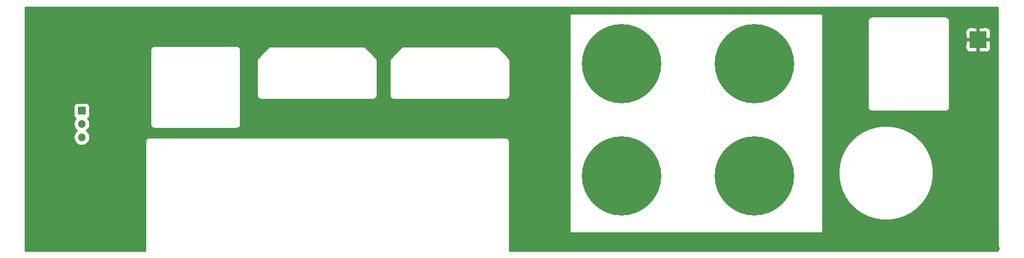
<source format=gbr>
%TF.GenerationSoftware,KiCad,Pcbnew,(5.1.12)-1*%
%TF.CreationDate,2022-01-10T16:23:42+03:00*%
%TF.ProjectId,ADAU1701_backpanel,41444155-3137-4303-915f-6261636b7061,rev?*%
%TF.SameCoordinates,Original*%
%TF.FileFunction,Copper,L2,Bot*%
%TF.FilePolarity,Positive*%
%FSLAX46Y46*%
G04 Gerber Fmt 4.6, Leading zero omitted, Abs format (unit mm)*
G04 Created by KiCad (PCBNEW (5.1.12)-1) date 2022-01-10 16:23:42*
%MOMM*%
%LPD*%
G01*
G04 APERTURE LIST*
%TA.AperFunction,ComponentPad*%
%ADD10C,5.000000*%
%TD*%
%TA.AperFunction,ConnectorPad*%
%ADD11C,12.000000*%
%TD*%
%TA.AperFunction,ComponentPad*%
%ADD12C,1.200000*%
%TD*%
%TA.AperFunction,ComponentPad*%
%ADD13R,1.200000X1.200000*%
%TD*%
%TA.AperFunction,SMDPad,CuDef*%
%ADD14R,2.500000X2.500000*%
%TD*%
%TA.AperFunction,ViaPad*%
%ADD15C,0.800000*%
%TD*%
%TA.AperFunction,Conductor*%
%ADD16C,0.254000*%
%TD*%
%TA.AperFunction,Conductor*%
%ADD17C,0.100000*%
%TD*%
G04 APERTURE END LIST*
D10*
%TO.P,REF\u002A\u002A,1*%
%TO.N,N/C*%
X142800000Y-109500000D03*
D11*
X142800000Y-109500000D03*
%TD*%
%TO.P,REF\u002A\u002A,1*%
%TO.N,N/C*%
X142800000Y-126500000D03*
D10*
X142800000Y-126500000D03*
%TD*%
%TO.P,REF\u002A\u002A,1*%
%TO.N,N/C*%
X162850000Y-126500000D03*
D11*
X162850000Y-126500000D03*
%TD*%
%TO.P,REF\u002A\u002A,1*%
%TO.N,N/C*%
X162850000Y-109500000D03*
D10*
X162850000Y-109500000D03*
%TD*%
D12*
%TO.P,REF\u002A\u002A,3*%
%TO.N,N/C*%
X61200000Y-120600000D03*
%TO.P,REF\u002A\u002A,2*%
X61200000Y-118600000D03*
D13*
%TO.P,REF\u002A\u002A,1*%
X61200000Y-116600000D03*
%TD*%
D14*
%TO.P,TP1,1*%
%TO.N,GND*%
X196600000Y-105800000D03*
%TD*%
D15*
%TO.N,GND*%
X126450000Y-137500000D03*
X199500000Y-137500000D03*
X53000000Y-137500000D03*
X70550000Y-137500000D03*
%TD*%
D16*
%TO.N,GND*%
X199615001Y-137865000D02*
X125835600Y-137865000D01*
X125835600Y-121334947D01*
X125838914Y-121301300D01*
X125825688Y-121167017D01*
X125786519Y-121037894D01*
X125722912Y-120918893D01*
X125637311Y-120814589D01*
X125533007Y-120728988D01*
X125414006Y-120665381D01*
X125284883Y-120626212D01*
X125184247Y-120616300D01*
X125150600Y-120612986D01*
X125116953Y-120616300D01*
X71483647Y-120616300D01*
X71450000Y-120612986D01*
X71416353Y-120616300D01*
X71315717Y-120626212D01*
X71186594Y-120665381D01*
X71067593Y-120728988D01*
X70963289Y-120814589D01*
X70877688Y-120918893D01*
X70814081Y-121037894D01*
X70774912Y-121167017D01*
X70761686Y-121301300D01*
X70765000Y-121334947D01*
X70765001Y-137865000D01*
X52685000Y-137865000D01*
X52685000Y-116000000D01*
X59961928Y-116000000D01*
X59961928Y-117200000D01*
X59974188Y-117324482D01*
X60010498Y-117444180D01*
X60069463Y-117554494D01*
X60148815Y-117651185D01*
X60245506Y-117730537D01*
X60295947Y-117757499D01*
X60240713Y-117812733D01*
X60105557Y-118015008D01*
X60012460Y-118239764D01*
X59965000Y-118478363D01*
X59965000Y-118721637D01*
X60012460Y-118960236D01*
X60105557Y-119184992D01*
X60240713Y-119387267D01*
X60412733Y-119559287D01*
X60473664Y-119600000D01*
X60412733Y-119640713D01*
X60240713Y-119812733D01*
X60105557Y-120015008D01*
X60012460Y-120239764D01*
X59965000Y-120478363D01*
X59965000Y-120721637D01*
X60012460Y-120960236D01*
X60105557Y-121184992D01*
X60240713Y-121387267D01*
X60412733Y-121559287D01*
X60615008Y-121694443D01*
X60839764Y-121787540D01*
X61078363Y-121835000D01*
X61321637Y-121835000D01*
X61560236Y-121787540D01*
X61784992Y-121694443D01*
X61987267Y-121559287D01*
X62159287Y-121387267D01*
X62294443Y-121184992D01*
X62387540Y-120960236D01*
X62435000Y-120721637D01*
X62435000Y-120478363D01*
X62387540Y-120239764D01*
X62294443Y-120015008D01*
X62159287Y-119812733D01*
X61987267Y-119640713D01*
X61926336Y-119600000D01*
X61987267Y-119559287D01*
X62159287Y-119387267D01*
X62294443Y-119184992D01*
X62387540Y-118960236D01*
X62435000Y-118721637D01*
X62435000Y-118478363D01*
X62387540Y-118239764D01*
X62294443Y-118015008D01*
X62159287Y-117812733D01*
X62104053Y-117757499D01*
X62154494Y-117730537D01*
X62251185Y-117651185D01*
X62330537Y-117554494D01*
X62389502Y-117444180D01*
X62425812Y-117324482D01*
X62438072Y-117200000D01*
X62438072Y-116000000D01*
X62425812Y-115875518D01*
X62389502Y-115755820D01*
X62330537Y-115645506D01*
X62251185Y-115548815D01*
X62154494Y-115469463D01*
X62044180Y-115410498D01*
X61924482Y-115374188D01*
X61800000Y-115361928D01*
X60600000Y-115361928D01*
X60475518Y-115374188D01*
X60355820Y-115410498D01*
X60245506Y-115469463D01*
X60148815Y-115548815D01*
X60069463Y-115645506D01*
X60010498Y-115755820D01*
X59974188Y-115875518D01*
X59961928Y-116000000D01*
X52685000Y-116000000D01*
X52685000Y-107400000D01*
X71561686Y-107400000D01*
X71565000Y-107433647D01*
X71565000Y-107466354D01*
X71565001Y-118466344D01*
X71565000Y-118466354D01*
X71565000Y-118566353D01*
X71561686Y-118600000D01*
X71574912Y-118734283D01*
X71614081Y-118863406D01*
X71677688Y-118982407D01*
X71763289Y-119086711D01*
X71867593Y-119172312D01*
X71986594Y-119235919D01*
X72115717Y-119275088D01*
X72216353Y-119285000D01*
X72250000Y-119288314D01*
X72283647Y-119285000D01*
X84516353Y-119285000D01*
X84550000Y-119288314D01*
X84684283Y-119275088D01*
X84813406Y-119235919D01*
X84932407Y-119172312D01*
X85036711Y-119086711D01*
X85048528Y-119072312D01*
X85122312Y-118982407D01*
X85185919Y-118863406D01*
X85225088Y-118734283D01*
X85238314Y-118600000D01*
X85235000Y-118566353D01*
X85235000Y-114200000D01*
X87661686Y-114200000D01*
X87674912Y-114334283D01*
X87714081Y-114463406D01*
X87777688Y-114582407D01*
X87863289Y-114686711D01*
X87967593Y-114772312D01*
X88086594Y-114835919D01*
X88215717Y-114875088D01*
X88316353Y-114885000D01*
X88350000Y-114888314D01*
X88383647Y-114885000D01*
X105116353Y-114885000D01*
X105150000Y-114888314D01*
X105284283Y-114875088D01*
X105413406Y-114835919D01*
X105532407Y-114772312D01*
X105636711Y-114686711D01*
X105722312Y-114582407D01*
X105785919Y-114463406D01*
X105825088Y-114334283D01*
X105835000Y-114233647D01*
X105838314Y-114200000D01*
X107712286Y-114200000D01*
X107725512Y-114334283D01*
X107764681Y-114463406D01*
X107828288Y-114582407D01*
X107913889Y-114686711D01*
X108018193Y-114772312D01*
X108137194Y-114835919D01*
X108266317Y-114875088D01*
X108366953Y-114885000D01*
X108400600Y-114888314D01*
X108434247Y-114885000D01*
X125166953Y-114885000D01*
X125200600Y-114888314D01*
X125334883Y-114875088D01*
X125464006Y-114835919D01*
X125583007Y-114772312D01*
X125687311Y-114686711D01*
X125772912Y-114582407D01*
X125836519Y-114463406D01*
X125875688Y-114334283D01*
X125885600Y-114233647D01*
X125888914Y-114200000D01*
X125885600Y-114166353D01*
X125885600Y-109033638D01*
X125888913Y-108999999D01*
X125885600Y-108966360D01*
X125885600Y-108966353D01*
X125875688Y-108865717D01*
X125836519Y-108736594D01*
X125772912Y-108617593D01*
X125746618Y-108585554D01*
X125708759Y-108539423D01*
X125708754Y-108539418D01*
X125687310Y-108513289D01*
X125661182Y-108491846D01*
X124208758Y-107039422D01*
X124187311Y-107013289D01*
X124083007Y-106927688D01*
X123964006Y-106864081D01*
X123834883Y-106824912D01*
X123734247Y-106815000D01*
X123734239Y-106815000D01*
X123700600Y-106811687D01*
X123666961Y-106815000D01*
X109934238Y-106815000D01*
X109900599Y-106811687D01*
X109866960Y-106815000D01*
X109866953Y-106815000D01*
X109779366Y-106823627D01*
X109766316Y-106824912D01*
X109727147Y-106836794D01*
X109637194Y-106864081D01*
X109518193Y-106927688D01*
X109413889Y-107013289D01*
X109392442Y-107039422D01*
X107940018Y-108491846D01*
X107913889Y-108513290D01*
X107892446Y-108539418D01*
X107892440Y-108539424D01*
X107858125Y-108581238D01*
X107828288Y-108617594D01*
X107764681Y-108736595D01*
X107737394Y-108826548D01*
X107725513Y-108865716D01*
X107725512Y-108865718D01*
X107715600Y-108966354D01*
X107715600Y-108966361D01*
X107712287Y-109000000D01*
X107715600Y-109033639D01*
X107715601Y-114166343D01*
X107712286Y-114200000D01*
X105838314Y-114200000D01*
X105835000Y-114166353D01*
X105835000Y-109033638D01*
X105838313Y-108999999D01*
X105835000Y-108966360D01*
X105835000Y-108966353D01*
X105825088Y-108865717D01*
X105785919Y-108736594D01*
X105722312Y-108617593D01*
X105696018Y-108585554D01*
X105658159Y-108539423D01*
X105658154Y-108539418D01*
X105636710Y-108513289D01*
X105610582Y-108491846D01*
X104158158Y-107039422D01*
X104136711Y-107013289D01*
X104032407Y-106927688D01*
X103913406Y-106864081D01*
X103784283Y-106824912D01*
X103683647Y-106815000D01*
X103683639Y-106815000D01*
X103650000Y-106811687D01*
X103616361Y-106815000D01*
X89883638Y-106815000D01*
X89849999Y-106811687D01*
X89816360Y-106815000D01*
X89816353Y-106815000D01*
X89728766Y-106823627D01*
X89715716Y-106824912D01*
X89676547Y-106836794D01*
X89586594Y-106864081D01*
X89467593Y-106927688D01*
X89363289Y-107013289D01*
X89341842Y-107039422D01*
X87889418Y-108491846D01*
X87863289Y-108513290D01*
X87841846Y-108539418D01*
X87841840Y-108539424D01*
X87807525Y-108581238D01*
X87777688Y-108617594D01*
X87714081Y-108736595D01*
X87686794Y-108826548D01*
X87674913Y-108865716D01*
X87674912Y-108865718D01*
X87665000Y-108966354D01*
X87665000Y-108966361D01*
X87661687Y-109000000D01*
X87665000Y-109033639D01*
X87665001Y-114166343D01*
X87661686Y-114200000D01*
X85235000Y-114200000D01*
X85235000Y-107433647D01*
X85238314Y-107400000D01*
X85225088Y-107265717D01*
X85185919Y-107136594D01*
X85122312Y-107017593D01*
X85036711Y-106913289D01*
X84932407Y-106827688D01*
X84813406Y-106764081D01*
X84684283Y-106724912D01*
X84583647Y-106715000D01*
X84550000Y-106711686D01*
X84516353Y-106715000D01*
X72283647Y-106715000D01*
X72250000Y-106711686D01*
X72216353Y-106715000D01*
X72115717Y-106724912D01*
X71986594Y-106764081D01*
X71867593Y-106827688D01*
X71763289Y-106913289D01*
X71677688Y-107017593D01*
X71614081Y-107136594D01*
X71574912Y-107265717D01*
X71561686Y-107400000D01*
X52685000Y-107400000D01*
X52685000Y-102000000D01*
X134873000Y-102000000D01*
X134873000Y-135000000D01*
X134875440Y-135024776D01*
X134882667Y-135048601D01*
X134894403Y-135070557D01*
X134910197Y-135089803D01*
X134929443Y-135105597D01*
X134951399Y-135117333D01*
X134975224Y-135124560D01*
X135000000Y-135127000D01*
X173000000Y-135127000D01*
X173024776Y-135124560D01*
X173048601Y-135117333D01*
X173070557Y-135105597D01*
X173089803Y-135089803D01*
X173105597Y-135070557D01*
X173117333Y-135048601D01*
X173124560Y-135024776D01*
X173127000Y-135000000D01*
X173127000Y-125434702D01*
X175517211Y-125434702D01*
X175517211Y-126565298D01*
X175694075Y-127681974D01*
X176043448Y-128757234D01*
X176556728Y-129764602D01*
X177221275Y-130679273D01*
X178020727Y-131478725D01*
X178935398Y-132143272D01*
X179942766Y-132656552D01*
X181018026Y-133005925D01*
X182134702Y-133182789D01*
X183265298Y-133182789D01*
X184381974Y-133005925D01*
X185457234Y-132656552D01*
X186464602Y-132143272D01*
X187379273Y-131478725D01*
X188178725Y-130679273D01*
X188843272Y-129764602D01*
X189356552Y-128757234D01*
X189705925Y-127681974D01*
X189882789Y-126565298D01*
X189882789Y-125434702D01*
X189705925Y-124318026D01*
X189356552Y-123242766D01*
X188843272Y-122235398D01*
X188178725Y-121320727D01*
X187379273Y-120521275D01*
X186464602Y-119856728D01*
X185457234Y-119343448D01*
X184381974Y-118994075D01*
X183265298Y-118817211D01*
X182134702Y-118817211D01*
X181018026Y-118994075D01*
X179942766Y-119343448D01*
X178935398Y-119856728D01*
X178020727Y-120521275D01*
X177221275Y-121320727D01*
X176556728Y-122235398D01*
X176043448Y-123242766D01*
X175694075Y-124318026D01*
X175517211Y-125434702D01*
X173127000Y-125434702D01*
X173127000Y-102982800D01*
X179894386Y-102982800D01*
X179897701Y-103016457D01*
X179897700Y-115950153D01*
X179894386Y-115983800D01*
X179907612Y-116118083D01*
X179946781Y-116247206D01*
X180010388Y-116366207D01*
X180095989Y-116470511D01*
X180200293Y-116556112D01*
X180319294Y-116619719D01*
X180448417Y-116658888D01*
X180582700Y-116672114D01*
X180616347Y-116668800D01*
X191616353Y-116668800D01*
X191650000Y-116672114D01*
X191683647Y-116668800D01*
X191784283Y-116658888D01*
X191913406Y-116619719D01*
X192032407Y-116556112D01*
X192136711Y-116470511D01*
X192222312Y-116366207D01*
X192285919Y-116247206D01*
X192325088Y-116118083D01*
X192338314Y-115983800D01*
X192335000Y-115950153D01*
X192335000Y-107050000D01*
X194711928Y-107050000D01*
X194724188Y-107174482D01*
X194760498Y-107294180D01*
X194819463Y-107404494D01*
X194898815Y-107501185D01*
X194995506Y-107580537D01*
X195105820Y-107639502D01*
X195225518Y-107675812D01*
X195350000Y-107688072D01*
X196314250Y-107685000D01*
X196473000Y-107526250D01*
X196473000Y-105927000D01*
X196727000Y-105927000D01*
X196727000Y-107526250D01*
X196885750Y-107685000D01*
X197850000Y-107688072D01*
X197974482Y-107675812D01*
X198094180Y-107639502D01*
X198204494Y-107580537D01*
X198301185Y-107501185D01*
X198380537Y-107404494D01*
X198439502Y-107294180D01*
X198475812Y-107174482D01*
X198488072Y-107050000D01*
X198485000Y-106085750D01*
X198326250Y-105927000D01*
X196727000Y-105927000D01*
X196473000Y-105927000D01*
X194873750Y-105927000D01*
X194715000Y-106085750D01*
X194711928Y-107050000D01*
X192335000Y-107050000D01*
X192335000Y-104550000D01*
X194711928Y-104550000D01*
X194715000Y-105514250D01*
X194873750Y-105673000D01*
X196473000Y-105673000D01*
X196473000Y-104073750D01*
X196727000Y-104073750D01*
X196727000Y-105673000D01*
X198326250Y-105673000D01*
X198485000Y-105514250D01*
X198488072Y-104550000D01*
X198475812Y-104425518D01*
X198439502Y-104305820D01*
X198380537Y-104195506D01*
X198301185Y-104098815D01*
X198204494Y-104019463D01*
X198094180Y-103960498D01*
X197974482Y-103924188D01*
X197850000Y-103911928D01*
X196885750Y-103915000D01*
X196727000Y-104073750D01*
X196473000Y-104073750D01*
X196314250Y-103915000D01*
X195350000Y-103911928D01*
X195225518Y-103924188D01*
X195105820Y-103960498D01*
X194995506Y-104019463D01*
X194898815Y-104098815D01*
X194819463Y-104195506D01*
X194760498Y-104305820D01*
X194724188Y-104425518D01*
X194711928Y-104550000D01*
X192335000Y-104550000D01*
X192335000Y-103016447D01*
X192338314Y-102982800D01*
X192325088Y-102848517D01*
X192285919Y-102719394D01*
X192222312Y-102600393D01*
X192136711Y-102496089D01*
X192032407Y-102410488D01*
X191913406Y-102346881D01*
X191784283Y-102307712D01*
X191683647Y-102297800D01*
X191650000Y-102294486D01*
X191616353Y-102297800D01*
X180616347Y-102297800D01*
X180582700Y-102294486D01*
X180549053Y-102297800D01*
X180448417Y-102307712D01*
X180319294Y-102346881D01*
X180200293Y-102410488D01*
X180095989Y-102496089D01*
X180010388Y-102600393D01*
X179946781Y-102719394D01*
X179907612Y-102848517D01*
X179894386Y-102982800D01*
X173127000Y-102982800D01*
X173127000Y-102000000D01*
X173124560Y-101975224D01*
X173117333Y-101951399D01*
X173105597Y-101929443D01*
X173089803Y-101910197D01*
X173070557Y-101894403D01*
X173048601Y-101882667D01*
X173024776Y-101875440D01*
X173000000Y-101873000D01*
X135000000Y-101873000D01*
X134975224Y-101875440D01*
X134951399Y-101882667D01*
X134929443Y-101894403D01*
X134910197Y-101910197D01*
X134894403Y-101929443D01*
X134882667Y-101951399D01*
X134875440Y-101975224D01*
X134873000Y-102000000D01*
X52685000Y-102000000D01*
X52685000Y-100885000D01*
X199615000Y-100885000D01*
X199615001Y-137865000D01*
%TA.AperFunction,Conductor*%
D17*
G36*
X199615001Y-137865000D02*
G01*
X125835600Y-137865000D01*
X125835600Y-121334947D01*
X125838914Y-121301300D01*
X125825688Y-121167017D01*
X125786519Y-121037894D01*
X125722912Y-120918893D01*
X125637311Y-120814589D01*
X125533007Y-120728988D01*
X125414006Y-120665381D01*
X125284883Y-120626212D01*
X125184247Y-120616300D01*
X125150600Y-120612986D01*
X125116953Y-120616300D01*
X71483647Y-120616300D01*
X71450000Y-120612986D01*
X71416353Y-120616300D01*
X71315717Y-120626212D01*
X71186594Y-120665381D01*
X71067593Y-120728988D01*
X70963289Y-120814589D01*
X70877688Y-120918893D01*
X70814081Y-121037894D01*
X70774912Y-121167017D01*
X70761686Y-121301300D01*
X70765000Y-121334947D01*
X70765001Y-137865000D01*
X52685000Y-137865000D01*
X52685000Y-116000000D01*
X59961928Y-116000000D01*
X59961928Y-117200000D01*
X59974188Y-117324482D01*
X60010498Y-117444180D01*
X60069463Y-117554494D01*
X60148815Y-117651185D01*
X60245506Y-117730537D01*
X60295947Y-117757499D01*
X60240713Y-117812733D01*
X60105557Y-118015008D01*
X60012460Y-118239764D01*
X59965000Y-118478363D01*
X59965000Y-118721637D01*
X60012460Y-118960236D01*
X60105557Y-119184992D01*
X60240713Y-119387267D01*
X60412733Y-119559287D01*
X60473664Y-119600000D01*
X60412733Y-119640713D01*
X60240713Y-119812733D01*
X60105557Y-120015008D01*
X60012460Y-120239764D01*
X59965000Y-120478363D01*
X59965000Y-120721637D01*
X60012460Y-120960236D01*
X60105557Y-121184992D01*
X60240713Y-121387267D01*
X60412733Y-121559287D01*
X60615008Y-121694443D01*
X60839764Y-121787540D01*
X61078363Y-121835000D01*
X61321637Y-121835000D01*
X61560236Y-121787540D01*
X61784992Y-121694443D01*
X61987267Y-121559287D01*
X62159287Y-121387267D01*
X62294443Y-121184992D01*
X62387540Y-120960236D01*
X62435000Y-120721637D01*
X62435000Y-120478363D01*
X62387540Y-120239764D01*
X62294443Y-120015008D01*
X62159287Y-119812733D01*
X61987267Y-119640713D01*
X61926336Y-119600000D01*
X61987267Y-119559287D01*
X62159287Y-119387267D01*
X62294443Y-119184992D01*
X62387540Y-118960236D01*
X62435000Y-118721637D01*
X62435000Y-118478363D01*
X62387540Y-118239764D01*
X62294443Y-118015008D01*
X62159287Y-117812733D01*
X62104053Y-117757499D01*
X62154494Y-117730537D01*
X62251185Y-117651185D01*
X62330537Y-117554494D01*
X62389502Y-117444180D01*
X62425812Y-117324482D01*
X62438072Y-117200000D01*
X62438072Y-116000000D01*
X62425812Y-115875518D01*
X62389502Y-115755820D01*
X62330537Y-115645506D01*
X62251185Y-115548815D01*
X62154494Y-115469463D01*
X62044180Y-115410498D01*
X61924482Y-115374188D01*
X61800000Y-115361928D01*
X60600000Y-115361928D01*
X60475518Y-115374188D01*
X60355820Y-115410498D01*
X60245506Y-115469463D01*
X60148815Y-115548815D01*
X60069463Y-115645506D01*
X60010498Y-115755820D01*
X59974188Y-115875518D01*
X59961928Y-116000000D01*
X52685000Y-116000000D01*
X52685000Y-107400000D01*
X71561686Y-107400000D01*
X71565000Y-107433647D01*
X71565000Y-107466354D01*
X71565001Y-118466344D01*
X71565000Y-118466354D01*
X71565000Y-118566353D01*
X71561686Y-118600000D01*
X71574912Y-118734283D01*
X71614081Y-118863406D01*
X71677688Y-118982407D01*
X71763289Y-119086711D01*
X71867593Y-119172312D01*
X71986594Y-119235919D01*
X72115717Y-119275088D01*
X72216353Y-119285000D01*
X72250000Y-119288314D01*
X72283647Y-119285000D01*
X84516353Y-119285000D01*
X84550000Y-119288314D01*
X84684283Y-119275088D01*
X84813406Y-119235919D01*
X84932407Y-119172312D01*
X85036711Y-119086711D01*
X85048528Y-119072312D01*
X85122312Y-118982407D01*
X85185919Y-118863406D01*
X85225088Y-118734283D01*
X85238314Y-118600000D01*
X85235000Y-118566353D01*
X85235000Y-114200000D01*
X87661686Y-114200000D01*
X87674912Y-114334283D01*
X87714081Y-114463406D01*
X87777688Y-114582407D01*
X87863289Y-114686711D01*
X87967593Y-114772312D01*
X88086594Y-114835919D01*
X88215717Y-114875088D01*
X88316353Y-114885000D01*
X88350000Y-114888314D01*
X88383647Y-114885000D01*
X105116353Y-114885000D01*
X105150000Y-114888314D01*
X105284283Y-114875088D01*
X105413406Y-114835919D01*
X105532407Y-114772312D01*
X105636711Y-114686711D01*
X105722312Y-114582407D01*
X105785919Y-114463406D01*
X105825088Y-114334283D01*
X105835000Y-114233647D01*
X105838314Y-114200000D01*
X107712286Y-114200000D01*
X107725512Y-114334283D01*
X107764681Y-114463406D01*
X107828288Y-114582407D01*
X107913889Y-114686711D01*
X108018193Y-114772312D01*
X108137194Y-114835919D01*
X108266317Y-114875088D01*
X108366953Y-114885000D01*
X108400600Y-114888314D01*
X108434247Y-114885000D01*
X125166953Y-114885000D01*
X125200600Y-114888314D01*
X125334883Y-114875088D01*
X125464006Y-114835919D01*
X125583007Y-114772312D01*
X125687311Y-114686711D01*
X125772912Y-114582407D01*
X125836519Y-114463406D01*
X125875688Y-114334283D01*
X125885600Y-114233647D01*
X125888914Y-114200000D01*
X125885600Y-114166353D01*
X125885600Y-109033638D01*
X125888913Y-108999999D01*
X125885600Y-108966360D01*
X125885600Y-108966353D01*
X125875688Y-108865717D01*
X125836519Y-108736594D01*
X125772912Y-108617593D01*
X125746618Y-108585554D01*
X125708759Y-108539423D01*
X125708754Y-108539418D01*
X125687310Y-108513289D01*
X125661182Y-108491846D01*
X124208758Y-107039422D01*
X124187311Y-107013289D01*
X124083007Y-106927688D01*
X123964006Y-106864081D01*
X123834883Y-106824912D01*
X123734247Y-106815000D01*
X123734239Y-106815000D01*
X123700600Y-106811687D01*
X123666961Y-106815000D01*
X109934238Y-106815000D01*
X109900599Y-106811687D01*
X109866960Y-106815000D01*
X109866953Y-106815000D01*
X109779366Y-106823627D01*
X109766316Y-106824912D01*
X109727147Y-106836794D01*
X109637194Y-106864081D01*
X109518193Y-106927688D01*
X109413889Y-107013289D01*
X109392442Y-107039422D01*
X107940018Y-108491846D01*
X107913889Y-108513290D01*
X107892446Y-108539418D01*
X107892440Y-108539424D01*
X107858125Y-108581238D01*
X107828288Y-108617594D01*
X107764681Y-108736595D01*
X107737394Y-108826548D01*
X107725513Y-108865716D01*
X107725512Y-108865718D01*
X107715600Y-108966354D01*
X107715600Y-108966361D01*
X107712287Y-109000000D01*
X107715600Y-109033639D01*
X107715601Y-114166343D01*
X107712286Y-114200000D01*
X105838314Y-114200000D01*
X105835000Y-114166353D01*
X105835000Y-109033638D01*
X105838313Y-108999999D01*
X105835000Y-108966360D01*
X105835000Y-108966353D01*
X105825088Y-108865717D01*
X105785919Y-108736594D01*
X105722312Y-108617593D01*
X105696018Y-108585554D01*
X105658159Y-108539423D01*
X105658154Y-108539418D01*
X105636710Y-108513289D01*
X105610582Y-108491846D01*
X104158158Y-107039422D01*
X104136711Y-107013289D01*
X104032407Y-106927688D01*
X103913406Y-106864081D01*
X103784283Y-106824912D01*
X103683647Y-106815000D01*
X103683639Y-106815000D01*
X103650000Y-106811687D01*
X103616361Y-106815000D01*
X89883638Y-106815000D01*
X89849999Y-106811687D01*
X89816360Y-106815000D01*
X89816353Y-106815000D01*
X89728766Y-106823627D01*
X89715716Y-106824912D01*
X89676547Y-106836794D01*
X89586594Y-106864081D01*
X89467593Y-106927688D01*
X89363289Y-107013289D01*
X89341842Y-107039422D01*
X87889418Y-108491846D01*
X87863289Y-108513290D01*
X87841846Y-108539418D01*
X87841840Y-108539424D01*
X87807525Y-108581238D01*
X87777688Y-108617594D01*
X87714081Y-108736595D01*
X87686794Y-108826548D01*
X87674913Y-108865716D01*
X87674912Y-108865718D01*
X87665000Y-108966354D01*
X87665000Y-108966361D01*
X87661687Y-109000000D01*
X87665000Y-109033639D01*
X87665001Y-114166343D01*
X87661686Y-114200000D01*
X85235000Y-114200000D01*
X85235000Y-107433647D01*
X85238314Y-107400000D01*
X85225088Y-107265717D01*
X85185919Y-107136594D01*
X85122312Y-107017593D01*
X85036711Y-106913289D01*
X84932407Y-106827688D01*
X84813406Y-106764081D01*
X84684283Y-106724912D01*
X84583647Y-106715000D01*
X84550000Y-106711686D01*
X84516353Y-106715000D01*
X72283647Y-106715000D01*
X72250000Y-106711686D01*
X72216353Y-106715000D01*
X72115717Y-106724912D01*
X71986594Y-106764081D01*
X71867593Y-106827688D01*
X71763289Y-106913289D01*
X71677688Y-107017593D01*
X71614081Y-107136594D01*
X71574912Y-107265717D01*
X71561686Y-107400000D01*
X52685000Y-107400000D01*
X52685000Y-102000000D01*
X134873000Y-102000000D01*
X134873000Y-135000000D01*
X134875440Y-135024776D01*
X134882667Y-135048601D01*
X134894403Y-135070557D01*
X134910197Y-135089803D01*
X134929443Y-135105597D01*
X134951399Y-135117333D01*
X134975224Y-135124560D01*
X135000000Y-135127000D01*
X173000000Y-135127000D01*
X173024776Y-135124560D01*
X173048601Y-135117333D01*
X173070557Y-135105597D01*
X173089803Y-135089803D01*
X173105597Y-135070557D01*
X173117333Y-135048601D01*
X173124560Y-135024776D01*
X173127000Y-135000000D01*
X173127000Y-125434702D01*
X175517211Y-125434702D01*
X175517211Y-126565298D01*
X175694075Y-127681974D01*
X176043448Y-128757234D01*
X176556728Y-129764602D01*
X177221275Y-130679273D01*
X178020727Y-131478725D01*
X178935398Y-132143272D01*
X179942766Y-132656552D01*
X181018026Y-133005925D01*
X182134702Y-133182789D01*
X183265298Y-133182789D01*
X184381974Y-133005925D01*
X185457234Y-132656552D01*
X186464602Y-132143272D01*
X187379273Y-131478725D01*
X188178725Y-130679273D01*
X188843272Y-129764602D01*
X189356552Y-128757234D01*
X189705925Y-127681974D01*
X189882789Y-126565298D01*
X189882789Y-125434702D01*
X189705925Y-124318026D01*
X189356552Y-123242766D01*
X188843272Y-122235398D01*
X188178725Y-121320727D01*
X187379273Y-120521275D01*
X186464602Y-119856728D01*
X185457234Y-119343448D01*
X184381974Y-118994075D01*
X183265298Y-118817211D01*
X182134702Y-118817211D01*
X181018026Y-118994075D01*
X179942766Y-119343448D01*
X178935398Y-119856728D01*
X178020727Y-120521275D01*
X177221275Y-121320727D01*
X176556728Y-122235398D01*
X176043448Y-123242766D01*
X175694075Y-124318026D01*
X175517211Y-125434702D01*
X173127000Y-125434702D01*
X173127000Y-102982800D01*
X179894386Y-102982800D01*
X179897701Y-103016457D01*
X179897700Y-115950153D01*
X179894386Y-115983800D01*
X179907612Y-116118083D01*
X179946781Y-116247206D01*
X180010388Y-116366207D01*
X180095989Y-116470511D01*
X180200293Y-116556112D01*
X180319294Y-116619719D01*
X180448417Y-116658888D01*
X180582700Y-116672114D01*
X180616347Y-116668800D01*
X191616353Y-116668800D01*
X191650000Y-116672114D01*
X191683647Y-116668800D01*
X191784283Y-116658888D01*
X191913406Y-116619719D01*
X192032407Y-116556112D01*
X192136711Y-116470511D01*
X192222312Y-116366207D01*
X192285919Y-116247206D01*
X192325088Y-116118083D01*
X192338314Y-115983800D01*
X192335000Y-115950153D01*
X192335000Y-107050000D01*
X194711928Y-107050000D01*
X194724188Y-107174482D01*
X194760498Y-107294180D01*
X194819463Y-107404494D01*
X194898815Y-107501185D01*
X194995506Y-107580537D01*
X195105820Y-107639502D01*
X195225518Y-107675812D01*
X195350000Y-107688072D01*
X196314250Y-107685000D01*
X196473000Y-107526250D01*
X196473000Y-105927000D01*
X196727000Y-105927000D01*
X196727000Y-107526250D01*
X196885750Y-107685000D01*
X197850000Y-107688072D01*
X197974482Y-107675812D01*
X198094180Y-107639502D01*
X198204494Y-107580537D01*
X198301185Y-107501185D01*
X198380537Y-107404494D01*
X198439502Y-107294180D01*
X198475812Y-107174482D01*
X198488072Y-107050000D01*
X198485000Y-106085750D01*
X198326250Y-105927000D01*
X196727000Y-105927000D01*
X196473000Y-105927000D01*
X194873750Y-105927000D01*
X194715000Y-106085750D01*
X194711928Y-107050000D01*
X192335000Y-107050000D01*
X192335000Y-104550000D01*
X194711928Y-104550000D01*
X194715000Y-105514250D01*
X194873750Y-105673000D01*
X196473000Y-105673000D01*
X196473000Y-104073750D01*
X196727000Y-104073750D01*
X196727000Y-105673000D01*
X198326250Y-105673000D01*
X198485000Y-105514250D01*
X198488072Y-104550000D01*
X198475812Y-104425518D01*
X198439502Y-104305820D01*
X198380537Y-104195506D01*
X198301185Y-104098815D01*
X198204494Y-104019463D01*
X198094180Y-103960498D01*
X197974482Y-103924188D01*
X197850000Y-103911928D01*
X196885750Y-103915000D01*
X196727000Y-104073750D01*
X196473000Y-104073750D01*
X196314250Y-103915000D01*
X195350000Y-103911928D01*
X195225518Y-103924188D01*
X195105820Y-103960498D01*
X194995506Y-104019463D01*
X194898815Y-104098815D01*
X194819463Y-104195506D01*
X194760498Y-104305820D01*
X194724188Y-104425518D01*
X194711928Y-104550000D01*
X192335000Y-104550000D01*
X192335000Y-103016447D01*
X192338314Y-102982800D01*
X192325088Y-102848517D01*
X192285919Y-102719394D01*
X192222312Y-102600393D01*
X192136711Y-102496089D01*
X192032407Y-102410488D01*
X191913406Y-102346881D01*
X191784283Y-102307712D01*
X191683647Y-102297800D01*
X191650000Y-102294486D01*
X191616353Y-102297800D01*
X180616347Y-102297800D01*
X180582700Y-102294486D01*
X180549053Y-102297800D01*
X180448417Y-102307712D01*
X180319294Y-102346881D01*
X180200293Y-102410488D01*
X180095989Y-102496089D01*
X180010388Y-102600393D01*
X179946781Y-102719394D01*
X179907612Y-102848517D01*
X179894386Y-102982800D01*
X173127000Y-102982800D01*
X173127000Y-102000000D01*
X173124560Y-101975224D01*
X173117333Y-101951399D01*
X173105597Y-101929443D01*
X173089803Y-101910197D01*
X173070557Y-101894403D01*
X173048601Y-101882667D01*
X173024776Y-101875440D01*
X173000000Y-101873000D01*
X135000000Y-101873000D01*
X134975224Y-101875440D01*
X134951399Y-101882667D01*
X134929443Y-101894403D01*
X134910197Y-101910197D01*
X134894403Y-101929443D01*
X134882667Y-101951399D01*
X134875440Y-101975224D01*
X134873000Y-102000000D01*
X52685000Y-102000000D01*
X52685000Y-100885000D01*
X199615000Y-100885000D01*
X199615001Y-137865000D01*
G37*
%TD.AperFunction*%
%TD*%
M02*

</source>
